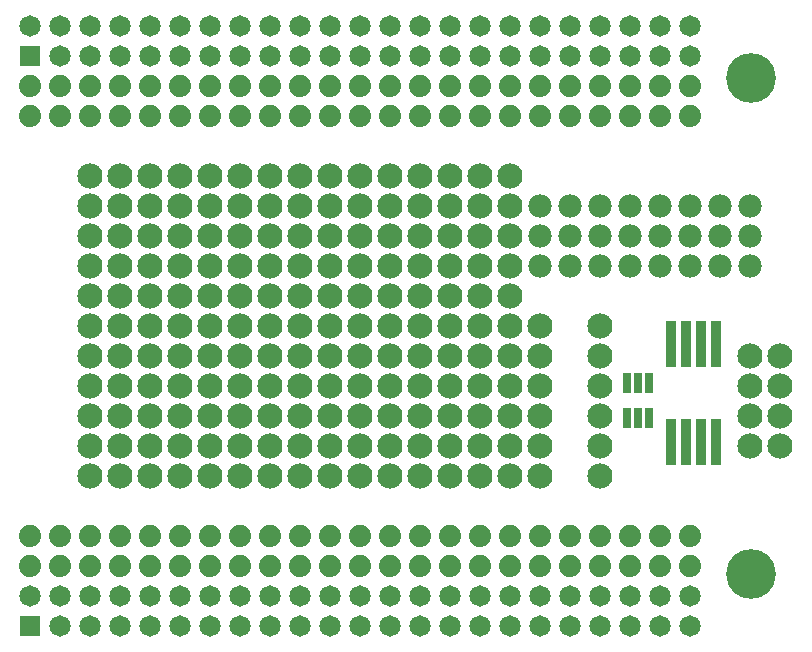
<source format=gbr>
G04 EAGLE Gerber RS-274X export*
G75*
%MOMM*%
%FSLAX34Y34*%
%LPD*%
%INSoldermask Top*%
%IPPOS*%
%AMOC8*
5,1,8,0,0,1.08239X$1,22.5*%
G01*
%ADD10R,1.812800X1.812800*%
%ADD11C,1.812800*%
%ADD12C,1.879600*%
%ADD13C,1.981200*%
%ADD14C,2.133600*%
%ADD15R,0.753200X1.803200*%
%ADD16R,0.863600X4.013200*%
%ADD17C,4.219200*%


D10*
X190500Y501650D03*
D11*
X190500Y527050D03*
X215900Y501650D03*
X215900Y527050D03*
X241300Y501650D03*
X241300Y527050D03*
X266700Y501650D03*
X266700Y527050D03*
X292100Y501650D03*
X292100Y527050D03*
X317500Y501650D03*
X317500Y527050D03*
X342900Y501650D03*
X342900Y527050D03*
X368300Y501650D03*
X368300Y527050D03*
X393700Y501650D03*
X393700Y527050D03*
X419100Y501650D03*
X419100Y527050D03*
X444500Y501650D03*
X444500Y527050D03*
X469900Y501650D03*
X469900Y527050D03*
X495300Y501650D03*
X495300Y527050D03*
X520700Y501650D03*
X520700Y527050D03*
X546100Y501650D03*
X546100Y527050D03*
X571500Y501650D03*
X571500Y527050D03*
X596900Y501650D03*
X596900Y527050D03*
X622300Y501650D03*
X622300Y527050D03*
X647700Y501650D03*
X647700Y527050D03*
X673100Y501650D03*
X673100Y527050D03*
X698500Y501650D03*
X698500Y527050D03*
X723900Y501650D03*
X723900Y527050D03*
X749300Y501650D03*
X749300Y527050D03*
D10*
X190500Y19050D03*
D11*
X190500Y44450D03*
X215900Y19050D03*
X215900Y44450D03*
X241300Y19050D03*
X241300Y44450D03*
X266700Y19050D03*
X266700Y44450D03*
X292100Y19050D03*
X292100Y44450D03*
X317500Y19050D03*
X317500Y44450D03*
X342900Y19050D03*
X342900Y44450D03*
X368300Y19050D03*
X368300Y44450D03*
X393700Y19050D03*
X393700Y44450D03*
X419100Y19050D03*
X419100Y44450D03*
X444500Y19050D03*
X444500Y44450D03*
X469900Y19050D03*
X469900Y44450D03*
X495300Y19050D03*
X495300Y44450D03*
X520700Y19050D03*
X520700Y44450D03*
X546100Y19050D03*
X546100Y44450D03*
X571500Y19050D03*
X571500Y44450D03*
X596900Y19050D03*
X596900Y44450D03*
X622300Y19050D03*
X622300Y44450D03*
X647700Y19050D03*
X647700Y44450D03*
X673100Y19050D03*
X673100Y44450D03*
X698500Y19050D03*
X698500Y44450D03*
X723900Y19050D03*
X723900Y44450D03*
X749300Y19050D03*
X749300Y44450D03*
D12*
X749300Y450850D03*
X723900Y450850D03*
X698500Y450850D03*
X673100Y450850D03*
X647700Y450850D03*
X622300Y450850D03*
X596900Y450850D03*
X571500Y450850D03*
X546100Y450850D03*
X520700Y450850D03*
X495300Y450850D03*
X469900Y450850D03*
X444500Y450850D03*
X419100Y450850D03*
X393700Y450850D03*
X368300Y450850D03*
X342900Y450850D03*
X317500Y450850D03*
X292100Y450850D03*
X266700Y450850D03*
X241300Y450850D03*
X215900Y450850D03*
X190500Y450850D03*
X190500Y476250D03*
X215900Y476250D03*
X241300Y476250D03*
X266700Y476250D03*
X292100Y476250D03*
X317500Y476250D03*
X342900Y476250D03*
X368300Y476250D03*
X393700Y476250D03*
X419100Y476250D03*
X444500Y476250D03*
X469900Y476250D03*
X495300Y476250D03*
X520700Y476250D03*
X546100Y476250D03*
X571500Y476250D03*
X596900Y476250D03*
X622300Y476250D03*
X647700Y476250D03*
X673100Y476250D03*
X698500Y476250D03*
X723900Y476250D03*
X749300Y476250D03*
X749300Y69850D03*
X723900Y69850D03*
X698500Y69850D03*
X673100Y69850D03*
X647700Y69850D03*
X622300Y69850D03*
X596900Y69850D03*
X571500Y69850D03*
X546100Y69850D03*
X520700Y69850D03*
X495300Y69850D03*
X469900Y69850D03*
X444500Y69850D03*
X419100Y69850D03*
X393700Y69850D03*
X368300Y69850D03*
X342900Y69850D03*
X317500Y69850D03*
X292100Y69850D03*
X266700Y69850D03*
X241300Y69850D03*
X215900Y69850D03*
X190500Y69850D03*
X190500Y95250D03*
X215900Y95250D03*
X241300Y95250D03*
X266700Y95250D03*
X292100Y95250D03*
X317500Y95250D03*
X342900Y95250D03*
X368300Y95250D03*
X393700Y95250D03*
X419100Y95250D03*
X444500Y95250D03*
X469900Y95250D03*
X495300Y95250D03*
X520700Y95250D03*
X546100Y95250D03*
X571500Y95250D03*
X596900Y95250D03*
X622300Y95250D03*
X647700Y95250D03*
X673100Y95250D03*
X698500Y95250D03*
X723900Y95250D03*
X749300Y95250D03*
D13*
X622300Y349250D03*
X647700Y349250D03*
X673100Y349250D03*
X698500Y349250D03*
X723900Y349250D03*
X749300Y349250D03*
X774700Y349250D03*
X800100Y349250D03*
X622300Y323850D03*
X647700Y323850D03*
X673100Y323850D03*
X698500Y323850D03*
X723900Y323850D03*
X749300Y323850D03*
X774700Y323850D03*
X800100Y323850D03*
D14*
X241300Y146050D03*
X241300Y171450D03*
X241300Y196850D03*
X241300Y222250D03*
X241300Y247650D03*
X241300Y273050D03*
X241300Y298450D03*
X241300Y323850D03*
X241300Y349250D03*
X241300Y374650D03*
X241300Y400050D03*
X266700Y146050D03*
X266700Y171450D03*
X266700Y196850D03*
X266700Y222250D03*
X266700Y247650D03*
X266700Y273050D03*
X266700Y298450D03*
X266700Y323850D03*
X266700Y349250D03*
X266700Y374650D03*
X266700Y400050D03*
X292100Y146050D03*
X292100Y171450D03*
X292100Y196850D03*
X292100Y222250D03*
X292100Y247650D03*
X292100Y273050D03*
X292100Y298450D03*
X292100Y323850D03*
X292100Y349250D03*
X292100Y374650D03*
X292100Y400050D03*
X317500Y146050D03*
X317500Y171450D03*
X317500Y196850D03*
X317500Y222250D03*
X317500Y247650D03*
X317500Y273050D03*
X317500Y298450D03*
X317500Y323850D03*
X317500Y349250D03*
X317500Y374650D03*
X317500Y400050D03*
X342900Y146050D03*
X342900Y171450D03*
X342900Y196850D03*
X342900Y222250D03*
X342900Y247650D03*
X342900Y273050D03*
X342900Y298450D03*
X342900Y323850D03*
X342900Y349250D03*
X342900Y374650D03*
X342900Y400050D03*
X368300Y146050D03*
X368300Y171450D03*
X368300Y196850D03*
X368300Y222250D03*
X368300Y247650D03*
X368300Y273050D03*
X368300Y298450D03*
X368300Y323850D03*
X368300Y349250D03*
X368300Y374650D03*
X368300Y400050D03*
X393700Y146050D03*
X393700Y171450D03*
X393700Y196850D03*
X393700Y222250D03*
X393700Y247650D03*
X393700Y273050D03*
X393700Y298450D03*
X393700Y323850D03*
X393700Y349250D03*
X393700Y374650D03*
X393700Y400050D03*
X419100Y146050D03*
X419100Y171450D03*
X419100Y196850D03*
X419100Y222250D03*
X419100Y247650D03*
X419100Y273050D03*
X419100Y298450D03*
X419100Y323850D03*
X419100Y349250D03*
X419100Y374650D03*
X419100Y400050D03*
X444500Y146050D03*
X444500Y171450D03*
X444500Y196850D03*
X444500Y222250D03*
X444500Y247650D03*
X444500Y273050D03*
X444500Y298450D03*
X444500Y323850D03*
X444500Y349250D03*
X444500Y374650D03*
X444500Y400050D03*
X469900Y146050D03*
X469900Y171450D03*
X469900Y196850D03*
X469900Y222250D03*
X469900Y247650D03*
X469900Y273050D03*
X469900Y298450D03*
X469900Y323850D03*
X469900Y349250D03*
X469900Y374650D03*
X469900Y400050D03*
X495300Y146050D03*
X495300Y171450D03*
X495300Y196850D03*
X495300Y222250D03*
X495300Y247650D03*
X495300Y273050D03*
X495300Y298450D03*
X495300Y323850D03*
X495300Y349250D03*
X495300Y374650D03*
X495300Y400050D03*
X520700Y146050D03*
X520700Y171450D03*
X520700Y196850D03*
X520700Y222250D03*
X520700Y247650D03*
X520700Y273050D03*
X520700Y298450D03*
X520700Y323850D03*
X520700Y349250D03*
X520700Y374650D03*
X520700Y400050D03*
X546100Y146050D03*
X546100Y171450D03*
X546100Y196850D03*
X546100Y222250D03*
X546100Y247650D03*
X546100Y273050D03*
X546100Y298450D03*
X546100Y323850D03*
X546100Y349250D03*
X546100Y374650D03*
X546100Y400050D03*
D13*
X622300Y374650D03*
X647700Y374650D03*
X673100Y374650D03*
X698500Y374650D03*
X723900Y374650D03*
X749300Y374650D03*
X774700Y374650D03*
X800100Y374650D03*
D15*
X714350Y224550D03*
X704850Y224550D03*
X695350Y224550D03*
X695350Y194550D03*
X704850Y194550D03*
X714350Y194550D03*
D14*
X673100Y222250D03*
X673100Y247650D03*
X673100Y273050D03*
X673100Y146050D03*
X673100Y171450D03*
X673100Y196850D03*
X622300Y146050D03*
X622300Y171450D03*
X622300Y196850D03*
X622300Y222250D03*
X622300Y247650D03*
X622300Y273050D03*
D16*
X732790Y174498D03*
X745490Y174498D03*
X758190Y174498D03*
X770890Y174498D03*
X770890Y257302D03*
X758190Y257302D03*
X745490Y257302D03*
X732790Y257302D03*
D14*
X800100Y247650D03*
X800100Y222250D03*
X800100Y196850D03*
X800100Y171450D03*
X825500Y171450D03*
X825500Y196850D03*
X825500Y222250D03*
X825500Y247650D03*
D17*
X800500Y483000D03*
X800500Y63200D03*
D14*
X571500Y146050D03*
X571500Y171450D03*
X571500Y196850D03*
X571500Y222250D03*
X571500Y247650D03*
X571500Y273050D03*
X571500Y298450D03*
X571500Y323850D03*
X571500Y349250D03*
X571500Y374650D03*
X571500Y400050D03*
X596900Y146050D03*
X596900Y171450D03*
X596900Y196850D03*
X596900Y222250D03*
X596900Y247650D03*
X596900Y273050D03*
X596900Y298450D03*
X596900Y323850D03*
X596900Y349250D03*
X596900Y374650D03*
X596900Y400050D03*
M02*

</source>
